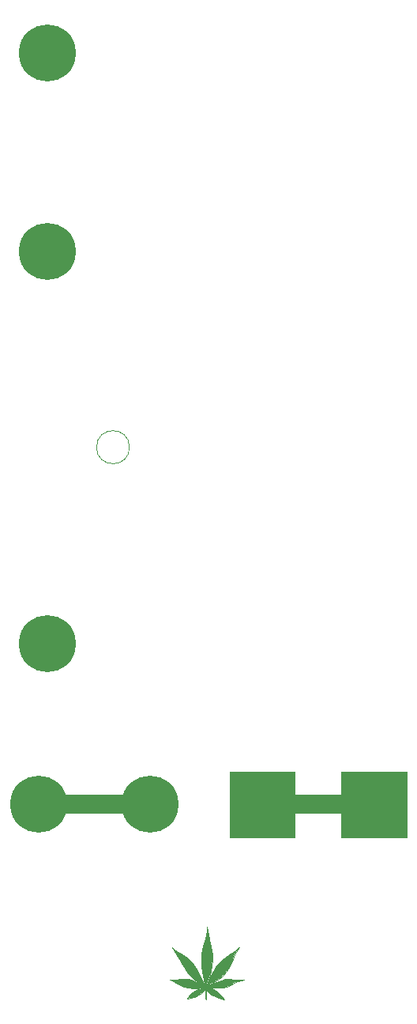
<source format=gbr>
G04 #@! TF.GenerationSoftware,KiCad,Pcbnew,(5.1.5-0)*
G04 #@! TF.CreationDate,2021-01-20T17:48:20-08:00*
G04 #@! TF.ProjectId,vcadsr,76636164-7372-42e6-9b69-6361645f7063,rev?*
G04 #@! TF.SameCoordinates,Original*
G04 #@! TF.FileFunction,Copper,L1,Top*
G04 #@! TF.FilePolarity,Positive*
%FSLAX46Y46*%
G04 Gerber Fmt 4.6, Leading zero omitted, Abs format (unit mm)*
G04 Created by KiCad (PCBNEW (5.1.5-0)) date 2021-01-20 17:48:20*
%MOMM*%
%LPD*%
G04 APERTURE LIST*
%ADD10C,2.000000*%
%ADD11C,0.100000*%
%ADD12C,6.100000*%
G04 APERTURE END LIST*
D10*
X19250000Y-104000000D02*
X7250000Y-104000000D01*
X43500000Y-104000000D02*
X31500000Y-104000000D01*
D11*
G36*
X47000000Y-107500000D02*
G01*
X40000000Y-107500000D01*
X40000000Y-100500000D01*
X47000000Y-100500000D01*
X47000000Y-107500000D01*
G37*
X47000000Y-107500000D02*
X40000000Y-107500000D01*
X40000000Y-100500000D01*
X47000000Y-100500000D01*
X47000000Y-107500000D01*
G36*
X35000000Y-107500000D02*
G01*
X28000000Y-107500000D01*
X28000000Y-100500000D01*
X35000000Y-100500000D01*
X35000000Y-107500000D01*
G37*
X35000000Y-107500000D02*
X28000000Y-107500000D01*
X28000000Y-100500000D01*
X35000000Y-100500000D01*
X35000000Y-107500000D01*
X17267767Y-65750000D02*
G75*
G03X17267767Y-65750000I-1767767J0D01*
G01*
G36*
X22096400Y-119524900D02*
G01*
X22413900Y-119766200D01*
X22979050Y-120083700D01*
X23575950Y-120515500D01*
X23950600Y-120896500D01*
X24350650Y-121461650D01*
X24947550Y-122642750D01*
X25246000Y-123207900D01*
X25258700Y-123220600D01*
X24928500Y-123246000D01*
X24826900Y-123195200D01*
X24471300Y-122947550D01*
X24064900Y-122579250D01*
X23734700Y-122230000D01*
X23379100Y-121798200D01*
X23099700Y-121379100D01*
X22909200Y-121125100D01*
X22655200Y-120667900D01*
X22401200Y-120299600D01*
X22159900Y-119880500D01*
X21880500Y-119321700D01*
X22096400Y-119524900D01*
G37*
X22096400Y-119524900D02*
X22413900Y-119766200D01*
X22979050Y-120083700D01*
X23575950Y-120515500D01*
X23950600Y-120896500D01*
X24350650Y-121461650D01*
X24947550Y-122642750D01*
X25246000Y-123207900D01*
X25258700Y-123220600D01*
X24928500Y-123246000D01*
X24826900Y-123195200D01*
X24471300Y-122947550D01*
X24064900Y-122579250D01*
X23734700Y-122230000D01*
X23379100Y-121798200D01*
X23099700Y-121379100D01*
X22909200Y-121125100D01*
X22655200Y-120667900D01*
X22401200Y-120299600D01*
X22159900Y-119880500D01*
X21880500Y-119321700D01*
X22096400Y-119524900D01*
G36*
X23502925Y-122703075D02*
G01*
X23839475Y-122798325D01*
X24103000Y-122890400D01*
X24801500Y-123296800D01*
X24831980Y-123324740D01*
X24839600Y-123309500D01*
X24839600Y-123322200D01*
X24831980Y-123324740D01*
X24750700Y-123487300D01*
X25144400Y-123627000D01*
X24934850Y-123652400D01*
X24541150Y-123677800D01*
X24064900Y-123677800D01*
X23620400Y-123614300D01*
X23137800Y-123500000D01*
X22744100Y-123385700D01*
X22337700Y-123157100D01*
X22020200Y-122928500D01*
X21613800Y-122801500D01*
X22261500Y-122750700D01*
X22794900Y-122712600D01*
X23258450Y-122706250D01*
X23502925Y-122703075D01*
G37*
X23502925Y-122703075D02*
X23839475Y-122798325D01*
X24103000Y-122890400D01*
X24801500Y-123296800D01*
X24831980Y-123324740D01*
X24839600Y-123309500D01*
X24839600Y-123322200D01*
X24831980Y-123324740D01*
X24750700Y-123487300D01*
X25144400Y-123627000D01*
X24934850Y-123652400D01*
X24541150Y-123677800D01*
X24064900Y-123677800D01*
X23620400Y-123614300D01*
X23137800Y-123500000D01*
X22744100Y-123385700D01*
X22337700Y-123157100D01*
X22020200Y-122928500D01*
X21613800Y-122801500D01*
X22261500Y-122750700D01*
X22794900Y-122712600D01*
X23258450Y-122706250D01*
X23502925Y-122703075D01*
G36*
X25366650Y-123766700D02*
G01*
X24998350Y-124198500D01*
X24560200Y-124471550D01*
X24179200Y-124611250D01*
X23429900Y-124776350D01*
X23912500Y-124249300D01*
X24306200Y-123982600D01*
X24674500Y-123779400D01*
X25144400Y-123703200D01*
X25169800Y-123703200D01*
X25366650Y-123766700D01*
G37*
X25366650Y-123766700D02*
X24998350Y-124198500D01*
X24560200Y-124471550D01*
X24179200Y-124611250D01*
X23429900Y-124776350D01*
X23912500Y-124249300D01*
X24306200Y-123982600D01*
X24674500Y-123779400D01*
X25144400Y-123703200D01*
X25169800Y-123703200D01*
X25366650Y-123766700D01*
G36*
X25500000Y-123284100D02*
G01*
X25288862Y-123477775D01*
X25507937Y-123573025D01*
X26258825Y-124115950D01*
X26077850Y-124211200D01*
X25500000Y-123754000D01*
X25512700Y-124846200D01*
X25398400Y-124706500D01*
X25392050Y-123817500D01*
X25436500Y-123817500D01*
X25055500Y-123601600D01*
X24769750Y-123449200D01*
X24934850Y-123169800D01*
X25500000Y-123284100D01*
G37*
X25500000Y-123284100D02*
X25288862Y-123477775D01*
X25507937Y-123573025D01*
X26258825Y-124115950D01*
X26077850Y-124211200D01*
X25500000Y-123754000D01*
X25512700Y-124846200D01*
X25398400Y-124706500D01*
X25392050Y-123817500D01*
X25436500Y-123817500D01*
X25055500Y-123601600D01*
X24769750Y-123449200D01*
X24934850Y-123169800D01*
X25500000Y-123284100D01*
G36*
X26141350Y-123741300D02*
G01*
X26693800Y-124020700D01*
X27020825Y-124347725D01*
X27155763Y-124577913D01*
X27387538Y-124847788D01*
X27081150Y-124763650D01*
X26827150Y-124687450D01*
X26649350Y-124623950D01*
X26274700Y-124490600D01*
X25915925Y-124296925D01*
X25655575Y-124011175D01*
X25531750Y-123849250D01*
X25595250Y-123887350D01*
X25569850Y-123823850D01*
X25633350Y-123652400D01*
X26141350Y-123741300D01*
G37*
X26141350Y-123741300D02*
X26693800Y-124020700D01*
X27020825Y-124347725D01*
X27155763Y-124577913D01*
X27387538Y-124847788D01*
X27081150Y-124763650D01*
X26827150Y-124687450D01*
X26649350Y-124623950D01*
X26274700Y-124490600D01*
X25915925Y-124296925D01*
X25655575Y-124011175D01*
X25531750Y-123849250D01*
X25595250Y-123887350D01*
X25569850Y-123823850D01*
X25633350Y-123652400D01*
X26141350Y-123741300D01*
G36*
X28573400Y-122738000D02*
G01*
X29005200Y-122763400D01*
X29583207Y-122773943D01*
X28903600Y-122928500D01*
X28471800Y-123119000D01*
X28128900Y-123334900D01*
X27709800Y-123500000D01*
X27176400Y-123588900D01*
X26731900Y-123614300D01*
X26154050Y-123595250D01*
X25576200Y-123576200D01*
X25512700Y-123500000D01*
X25728600Y-123436500D01*
X25735585Y-123385700D01*
X26051815Y-123258700D01*
X26585850Y-123030100D01*
X27138300Y-122826900D01*
X27532000Y-122712600D01*
X27976500Y-122712600D01*
X28573400Y-122738000D01*
G37*
X28573400Y-122738000D02*
X29005200Y-122763400D01*
X29583207Y-122773943D01*
X28903600Y-122928500D01*
X28471800Y-123119000D01*
X28128900Y-123334900D01*
X27709800Y-123500000D01*
X27176400Y-123588900D01*
X26731900Y-123614300D01*
X26154050Y-123595250D01*
X25576200Y-123576200D01*
X25512700Y-123500000D01*
X25728600Y-123436500D01*
X25735585Y-123385700D01*
X26051815Y-123258700D01*
X26585850Y-123030100D01*
X27138300Y-122826900D01*
X27532000Y-122712600D01*
X27976500Y-122712600D01*
X28573400Y-122738000D01*
G36*
X28560700Y-120083700D02*
G01*
X28319400Y-120579000D01*
X28116200Y-121036200D01*
X27855850Y-121556900D01*
X27582800Y-121912500D01*
X27271650Y-122325250D01*
X26801750Y-122718950D01*
X26300100Y-123055500D01*
X25195200Y-123652400D01*
X25220600Y-123322200D01*
X25525400Y-123271400D01*
X25773050Y-122833250D01*
X25988950Y-122369700D01*
X26154050Y-122039500D01*
X26338200Y-121747400D01*
X26503300Y-121429900D01*
X26782700Y-121074300D01*
X27062100Y-120756800D01*
X27392300Y-120464700D01*
X27735200Y-120236100D01*
X28116200Y-119982100D01*
X28509900Y-119715400D01*
X29043300Y-119321700D01*
X28560700Y-120083700D01*
G37*
X28560700Y-120083700D02*
X28319400Y-120579000D01*
X28116200Y-121036200D01*
X27855850Y-121556900D01*
X27582800Y-121912500D01*
X27271650Y-122325250D01*
X26801750Y-122718950D01*
X26300100Y-123055500D01*
X25195200Y-123652400D01*
X25220600Y-123322200D01*
X25525400Y-123271400D01*
X25773050Y-122833250D01*
X25988950Y-122369700D01*
X26154050Y-122039500D01*
X26338200Y-121747400D01*
X26503300Y-121429900D01*
X26782700Y-121074300D01*
X27062100Y-120756800D01*
X27392300Y-120464700D01*
X27735200Y-120236100D01*
X28116200Y-119982100D01*
X28509900Y-119715400D01*
X29043300Y-119321700D01*
X28560700Y-120083700D01*
G36*
X25715900Y-117950100D02*
G01*
X25817500Y-118432700D01*
X25931800Y-118889900D01*
X26014350Y-119220100D01*
X26077850Y-119601100D01*
X26122300Y-120121800D01*
X26122300Y-120655200D01*
X26071500Y-121239400D01*
X26008000Y-121760100D01*
X25865125Y-122255400D01*
X25566675Y-123271400D01*
X25353950Y-123220600D01*
X25119000Y-122306200D01*
X24945962Y-121442600D01*
X24961837Y-120655200D01*
X25014225Y-119994800D01*
X25176150Y-119220100D01*
X25411100Y-118407300D01*
X25538100Y-117632600D01*
X25601600Y-117111900D01*
X25715900Y-117950100D01*
G37*
X25715900Y-117950100D02*
X25817500Y-118432700D01*
X25931800Y-118889900D01*
X26014350Y-119220100D01*
X26077850Y-119601100D01*
X26122300Y-120121800D01*
X26122300Y-120655200D01*
X26071500Y-121239400D01*
X26008000Y-121760100D01*
X25865125Y-122255400D01*
X25566675Y-123271400D01*
X25353950Y-123220600D01*
X25119000Y-122306200D01*
X24945962Y-121442600D01*
X24961837Y-120655200D01*
X25014225Y-119994800D01*
X25176150Y-119220100D01*
X25411100Y-118407300D01*
X25538100Y-117632600D01*
X25601600Y-117111900D01*
X25715900Y-117950100D01*
D12*
X8500000Y-86750000D03*
X8500000Y-23500000D03*
X8500000Y-44750000D03*
X43500000Y-104000000D03*
X7500000Y-104000000D03*
X31500000Y-104000000D03*
X19500000Y-104000000D03*
M02*

</source>
